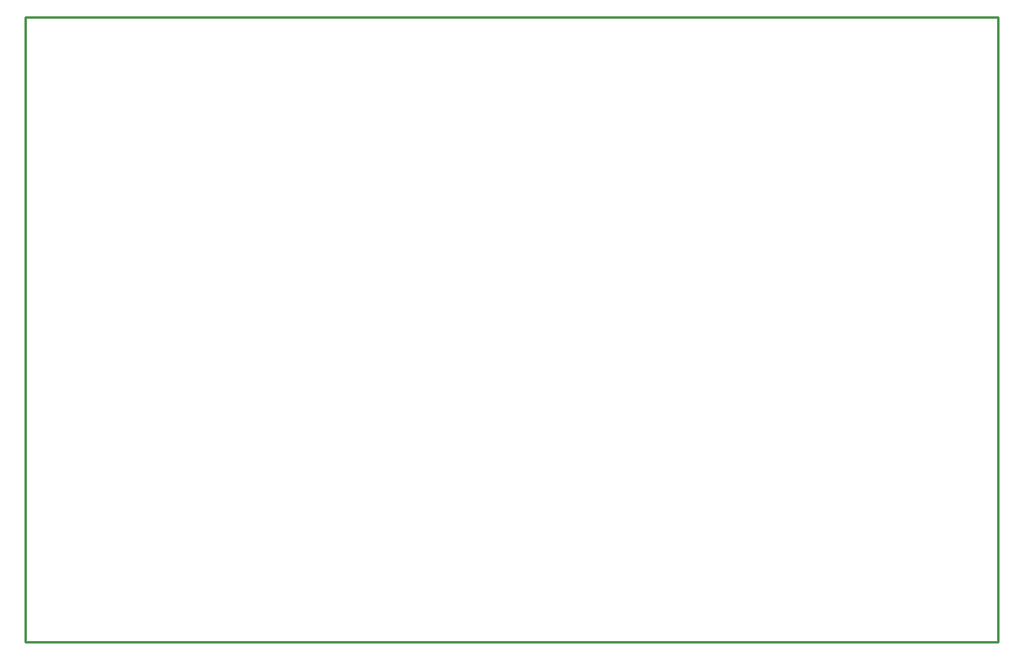
<source format=gko>
G04 Layer_Color=16711935*
%FSLAX44Y44*%
%MOMM*%
G71*
G01*
G75*
%ADD23C,0.2540*%
D23*
X1030000Y-80000D02*
Y570000D01*
X20000Y-80000D02*
X1030000D01*
X20000Y570000D02*
X1030000D01*
X20000Y-80000D02*
Y570000D01*
M02*

</source>
